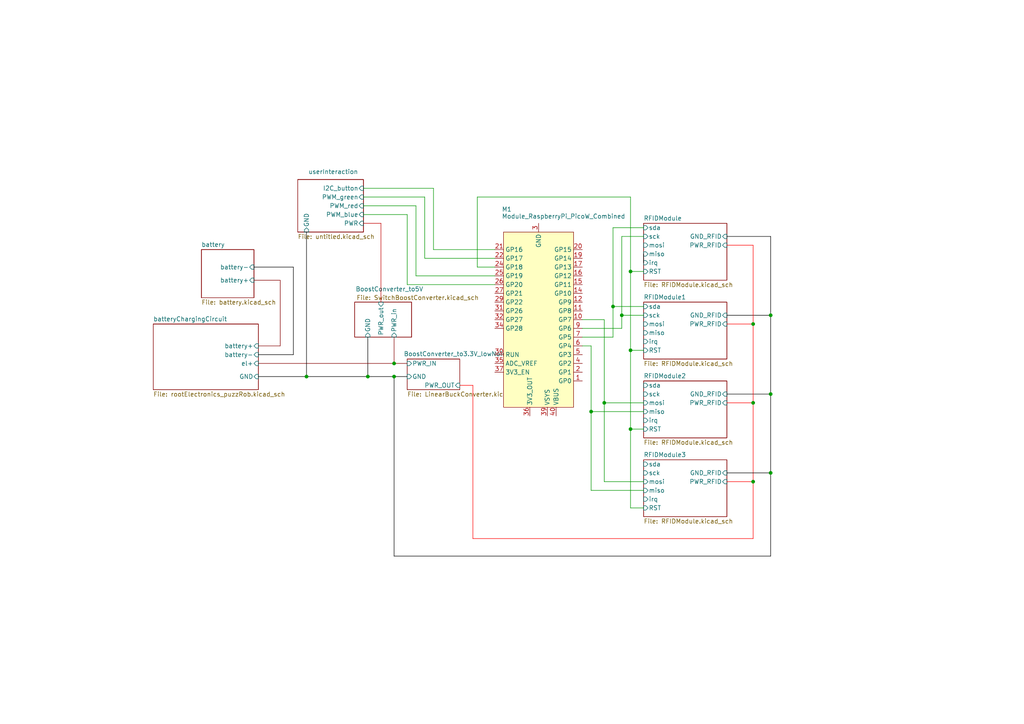
<source format=kicad_sch>
(kicad_sch (version 20231120) (generator "eeschema") (generator_version "8.0")
  (paper "A4")
  (title_block (title "Circuit_puzzRob_V2") (date "27.02.2025"))
  (lib_symbols
    (symbol "Fab:Module_RaspberryPi_PicoW_Combined"
      (property "Reference" "M" (at 0 0 0))
      (property "Value" "Module_RaspberryPi_PicoW_Combined" (at 0 0 0))
      (symbol "Module_RaspberryPi_PicoW_Combined_1_1"
        (rectangle (start -10.16 25.4) (end 10.16 -25.4) (fill (type background)))
        (pin bidirectional line (at -12.7 17.78 0) (length 2.54) (name "GP0") (number "1"))
        (pin bidirectional line (at -12.7 0 0) (length 2.54) (name "GP7") (number "10"))
        (pin bidirectional line (at -12.7 -2.54 0) (length 2.54) (name "GP8") (number "11"))
        (pin bidirectional line (at -12.7 -5.08 0) (length 2.54) (name "GP9") (number "12"))
        (pin passive line (at 0 -27.94 90) (length 2.54) hide (name "GND") (number "13"))
        (pin bidirectional line (at -12.7 -7.62 0) (length 2.54) (name "GP10") (number "14"))
        (pin bidirectional line (at -12.7 -10.16 0) (length 2.54) (name "GP11") (number "15"))
        (pin bidirectional line (at -12.7 -12.7 0) (length 2.54) (name "GP12") (number "16"))
        (pin bidirectional line (at -12.7 -15.24 0) (length 2.54) (name "GP13") (number "17"))
        (pin passive line (at 0 -27.94 90) (length 2.54) hide (name "GND") (number "18"))
        (pin bidirectional line (at -12.7 -17.78 0) (length 2.54) (name "GP14") (number "19"))
        (pin bidirectional line (at -12.7 15.24 0) (length 2.54) (name "GP1") (number "2"))
        (pin bidirectional line (at -12.7 -20.32 0) (length 2.54) (name "GP15") (number "20"))
        (pin bidirectional line (at 12.7 -20.32 180) (length 2.54) (name "GP16") (number "21"))
        (pin bidirectional line (at 12.7 -17.78 180) (length 2.54) (name "GP17") (number "22"))
        (pin passive line (at 0 -27.94 90) (length 2.54) hide (name "GND") (number "23"))
        (pin bidirectional line (at 12.7 -15.24 180) (length 2.54) (name "GP18") (number "24"))
        (pin bidirectional line (at 12.7 -12.7 180) (length 2.54) (name "GP19") (number "25"))
        (pin bidirectional line (at 12.7 -10.16 180) (length 2.54) (name "GP20") (number "26"))
        (pin bidirectional line (at 12.7 -7.62 180) (length 2.54) (name "GP21") (number "27"))
        (pin passive line (at 0 -27.94 90) (length 2.54) hide (name "GND") (number "28"))
        (pin bidirectional line (at 12.7 -5.08 180) (length 2.54) (name "GP22") (number "29"))
        (pin power_in line (at 0 -27.94 90) (length 2.54) (name "GND") (number "3"))
        (pin input line (at 12.7 10.16 180) (length 2.54) (name "RUN") (number "30"))
        (pin bidirectional line (at 12.7 -2.54 180) (length 2.54) (name "GP26") (number "31"))
        (pin bidirectional line (at 12.7 0 180) (length 2.54) (name "GP27") (number "32"))
        (pin passive line (at 0 -27.94 90) (length 2.54) hide (name "GND") (number "33"))
        (pin bidirectional line (at 12.7 2.54 180) (length 2.54) (name "GP28") (number "34"))
        (pin input line (at 12.7 12.7 180) (length 2.54) (name "ADC_VREF") (number "35"))
        (pin power_in line (at 2.54 27.94 270) (length 2.54) (name "3V3_OUT") (number "36"))
        (pin input line (at 12.7 15.24 180) (length 2.54) (name "3V3_EN") (number "37"))
        (pin passive line (at 0 -27.94 90) (length 2.54) hide (name "GND") (number "38"))
        (pin power_in line (at -2.54 27.94 270) (length 2.54) (name "VSYS") (number "39"))
        (pin bidirectional line (at -12.7 12.7 0) (length 2.54) (name "GP2") (number "4"))
        (pin power_in line (at -5.08 27.94 270) (length 2.54) (name "VBUS") (number "40"))
        (pin bidirectional line (at -12.7 10.16 0) (length 2.54) (name "GP3") (number "5"))
        (pin bidirectional line (at -12.7 7.62 0) (length 2.54) (name "GP4") (number "6"))
        (pin bidirectional line (at -12.7 5.08 0) (length 2.54) (name "GP5") (number "7"))
        (pin passive line (at 0 -27.94 90) (length 2.54) hide (name "GND") (number "8"))
        (pin bidirectional line (at -12.7 2.54 0) (length 2.54) (name "GP6") (number "9"))
      )
    )
  )
  (junction (at 223.52 91.44))
  (junction (at 218.44 139.7))
  (junction (at 218.44 116.84))
  (junction (at 182.88 124.46))
  (junction (at 182.88 78.74))
  (junction (at 175.26 116.84))
  (junction (at 223.52 137.16))
  (junction (at 177.8 88.9))
  (junction (at 223.52 114.3))
  (junction (at 114.3 105.41))
  (junction (at 182.88 101.6))
  (junction (at 180.34 91.44))
  (junction (at 114.3 109.22))
  (junction (at 218.44 93.98))
  (junction (at 106.68 109.22))
  (junction (at 88.9 109.22))
  (junction (at 171.45 119.38))
  (wire (pts (xy 186.69 147.32) (xy 182.88 147.32)))
  (wire (pts (xy 73.66 81.28) (xy 81.28 81.28)) (stroke (width 0) (color 132 0 0 1)))
  (wire (pts (xy 114.3 105.41) (xy 118.11 105.41)) (stroke (width 0) (color 132 0 0 1)))
  (wire (pts (xy 114.3 109.22) (xy 114.3 161.29)) (stroke (width 0) (color 0 0 0 1)))
  (wire (pts (xy 218.44 93.98) (xy 218.44 71.12)) (stroke (width 0) (color 255 0 0 1)))
  (wire (pts (xy 125.73 54.61) (xy 105.41 54.61)))
  (wire (pts (xy 177.8 88.9) (xy 186.69 88.9)))
  (wire (pts (xy 143.51 82.55) (xy 118.11 82.55)))
  (wire (pts (xy 120.65 59.69) (xy 105.41 59.69)))
  (wire (pts (xy 110.49 64.77) (xy 105.41 64.77)) (stroke (width 0) (color 194 0 0 1)))
  (wire (pts (xy 118.11 82.55) (xy 118.11 62.23)))
  (wire (pts (xy 210.82 91.44) (xy 223.52 91.44)) (stroke (width 0) (color 0 0 0 1)))
  (wire (pts (xy 177.8 88.9) (xy 177.8 97.79)))
  (wire (pts (xy 180.34 68.58) (xy 186.69 68.58)))
  (wire (pts (xy 106.68 97.79) (xy 106.68 109.22)) (stroke (width 0) (color 0 0 0 1)))
  (wire (pts (xy 182.88 78.74) (xy 182.88 101.6)))
  (wire (pts (xy 171.45 100.33) (xy 171.45 119.38)))
  (wire (pts (xy 182.88 57.15) (xy 182.88 78.74)))
  (wire (pts (xy 106.68 109.22) (xy 114.3 109.22)) (stroke (width 0) (color 0 0 0 1)))
  (wire (pts (xy 88.9 109.22) (xy 106.68 109.22)) (stroke (width 0) (color 0 0 0 1)))
  (wire (pts (xy 125.73 72.39) (xy 125.73 54.61)))
  (wire (pts (xy 182.88 78.74) (xy 186.69 78.74)))
  (wire (pts (xy 186.69 101.6) (xy 182.88 101.6)))
  (wire (pts (xy 114.3 97.79) (xy 114.3 105.41)) (stroke (width 0) (color 132 0 0 1)))
  (wire (pts (xy 223.52 91.44) (xy 223.52 114.3)) (stroke (width 0) (color 0 0 0 1)))
  (wire (pts (xy 81.28 81.28) (xy 81.28 100.33)) (stroke (width 0) (color 132 0 0 1)))
  (wire (pts (xy 210.82 116.84) (xy 218.44 116.84)) (stroke (width 0) (color 255 0 0 1)))
  (wire (pts (xy 85.09 102.87) (xy 74.93 102.87)) (stroke (width 0) (color 0 0 0 1)))
  (wire (pts (xy 171.45 119.38) (xy 186.69 119.38)))
  (wire (pts (xy 168.91 100.33) (xy 171.45 100.33)))
  (wire (pts (xy 180.34 95.25) (xy 180.34 91.44)))
  (wire (pts (xy 143.51 77.47) (xy 138.43 77.47)))
  (wire (pts (xy 223.52 137.16) (xy 223.52 161.29)) (stroke (width 0) (color 0 0 0 1)))
  (wire (pts (xy 105.41 57.15) (xy 123.19 57.15)))
  (wire (pts (xy 210.82 93.98) (xy 218.44 93.98)) (stroke (width 0) (color 255 0 0 1)))
  (wire (pts (xy 175.26 116.84) (xy 186.69 116.84)))
  (wire (pts (xy 114.3 161.29) (xy 223.52 161.29)) (stroke (width 0) (color 0 0 0 1)))
  (wire (pts (xy 143.51 80.01) (xy 120.65 80.01)))
  (wire (pts (xy 73.66 77.47) (xy 85.09 77.47)) (stroke (width 0) (color 0 0 0 1)))
  (wire (pts (xy 175.26 92.71) (xy 175.26 116.84)))
  (wire (pts (xy 186.69 91.44) (xy 180.34 91.44)))
  (wire (pts (xy 223.52 91.44) (xy 223.52 68.58)) (stroke (width 0) (color 0 0 0 1)))
  (wire (pts (xy 186.69 139.7) (xy 175.26 139.7)))
  (wire (pts (xy 138.43 77.47) (xy 138.43 57.15)))
  (wire (pts (xy 177.8 88.9) (xy 177.8 66.04)))
  (wire (pts (xy 168.91 97.79) (xy 177.8 97.79)))
  (wire (pts (xy 168.91 95.25) (xy 180.34 95.25)))
  (wire (pts (xy 218.44 139.7) (xy 218.44 156.21)) (stroke (width 0) (color 255 0 0 1)))
  (wire (pts (xy 180.34 91.44) (xy 180.34 68.58)))
  (wire (pts (xy 137.16 111.76) (xy 137.16 156.21)) (stroke (width 0) (color 255 0 0 1)))
  (wire (pts (xy 218.44 93.98) (xy 218.44 116.84)) (stroke (width 0) (color 255 0 0 1)))
  (wire (pts (xy 74.93 100.33) (xy 81.28 100.33)) (stroke (width 0) (color 132 0 0 1)))
  (wire (pts (xy 218.44 116.84) (xy 218.44 139.7)) (stroke (width 0) (color 255 0 0 1)))
  (wire (pts (xy 210.82 68.58) (xy 223.52 68.58)) (stroke (width 0) (color 0 0 0 1)))
  (wire (pts (xy 210.82 139.7) (xy 218.44 139.7)) (stroke (width 0) (color 255 0 0 1)))
  (wire (pts (xy 74.93 105.41) (xy 114.3 105.41)) (stroke (width 0) (color 132 0 0 1)))
  (wire (pts (xy 143.51 72.39) (xy 125.73 72.39)))
  (wire (pts (xy 210.82 71.12) (xy 218.44 71.12)) (stroke (width 0) (color 255 0 0 1)))
  (wire (pts (xy 118.11 62.23) (xy 105.41 62.23)))
  (wire (pts (xy 133.35 111.76) (xy 137.16 111.76)) (stroke (width 0) (color 255 0 0 1)))
  (wire (pts (xy 114.3 109.22) (xy 118.11 109.22)) (stroke (width 0) (color 0 0 0 1)))
  (wire (pts (xy 186.69 73.66) (xy 186.69 76.2)) (stroke (width 0) (color 0 0 0 1)))
  (wire (pts (xy 120.65 80.01) (xy 120.65 59.69)))
  (wire (pts (xy 143.51 74.93) (xy 123.19 74.93)))
  (wire (pts (xy 210.82 137.16) (xy 223.52 137.16)) (stroke (width 0) (color 0 0 0 1)))
  (wire (pts (xy 182.88 124.46) (xy 182.88 147.32)))
  (wire (pts (xy 223.52 114.3) (xy 223.52 137.16)) (stroke (width 0) (color 0 0 0 1)))
  (wire (pts (xy 138.43 57.15) (xy 182.88 57.15)))
  (wire (pts (xy 85.09 77.47) (xy 85.09 102.87)) (stroke (width 0) (color 0 0 0 1)))
  (wire (pts (xy 182.88 101.6) (xy 182.88 124.46)))
  (wire (pts (xy 186.69 142.24) (xy 171.45 142.24)))
  (wire (pts (xy 177.8 66.04) (xy 186.69 66.04)))
  (wire (pts (xy 210.82 114.3) (xy 223.52 114.3)) (stroke (width 0) (color 0 0 0 1)))
  (wire (pts (xy 168.91 92.71) (xy 175.26 92.71)))
  (wire (pts (xy 88.9 67.31) (xy 88.9 109.22)) (stroke (width 0) (color 0 0 0 1)))
  (wire (pts (xy 186.69 124.46) (xy 182.88 124.46)))
  (wire (pts (xy 110.49 87.63) (xy 110.49 64.77)) (stroke (width 0) (color 194 0 0 1)))
  (wire (pts (xy 123.19 74.93) (xy 123.19 57.15)))
  (wire (pts (xy 137.16 156.21) (xy 218.44 156.21)) (stroke (width 0) (color 255 0 0 1)))
  (wire (pts (xy 171.45 119.38) (xy 171.45 142.24)))
  (wire (pts (xy 175.26 116.84) (xy 175.26 139.7)))
  (wire (pts (xy 74.93 109.22) (xy 88.9 109.22)) (stroke (width 0) (color 0 0 0 1)))
  (symbol (lib_id "Fab:Module_RaspberryPi_PicoW_Combined") (at 156.21 92.71 180) (unit 1)
    (property "Reference" "M1" (at 145.542 60.706 0) (effects (justify right)))
    (property "Value" "Module_RaspberryPi_PicoW_Combined" (at 145.542 62.738 0) (effects (justify right)))
    (property "Footprint" "fab:RaspberryPi_PicoW_Combined" (effects (hide yes)))
    (property "Datasheet" "https://datasheets.raspberrypi.com/picow/pico-w-datasheet.pdf" (effects (hide yes)))
    (property "Description" "RP2040 Transceiver; 802.11 b/g/n (Wi-Fi, WiFi, WLAN), Bluetooth® 5 2.4GHz Evaluation Board" (effects (hide yes)))
  )
  (sheet (at 186.69 133.35) (size 24.13 16.51) (stroke (width 0.1524))
    (property "Sheetname" "RFIDModule3" (at 186.69 132.6384 0) (effects (justify left bottom)))
    (property "Sheetfile" "RFIDModule.kicad_sch" (at 186.69 150.4446 0) (effects (justify left top)))
    (pin "GND_RFID" input (at 210.82 137.16 0))
    (pin "PWR_RFID" input (at 210.82 139.7 0))
    (pin "irq" input (at 186.69 144.78 180))
    (pin "sck" input (at 186.69 137.16 180))
    (pin "mosi" input (at 186.69 139.7 180))
    (pin "sda" input (at 186.69 134.62 180))
    (pin "miso" input (at 186.69 142.24 180))
    (pin "RST" input (at 186.69 147.32 180))
  )
  (sheet (at 186.69 64.77) (size 24.13 16.51) (stroke (width 0.1524))
    (property "Sheetname" "RFIDModule" (at 186.69 64.0584 0) (effects (justify left bottom)))
    (property "Sheetfile" "RFIDModule.kicad_sch" (at 186.69 81.8646 0) (effects (justify left top)))
    (pin "GND_RFID" input (at 210.82 68.58 0))
    (pin "PWR_RFID" input (at 210.82 71.12 0))
    (pin "irq" input (at 186.69 76.2 180))
    (pin "sck" input (at 186.69 68.58 180))
    (pin "mosi" input (at 186.69 71.12 180))
    (pin "sda" input (at 186.69 66.04 180))
    (pin "miso" input (at 186.69 73.66 180))
    (pin "RST" input (at 186.69 78.74 180))
  )
  (sheet (at 86.36 52.07) (size 19.05 15.24) (stroke (width 0.1524))
    (property "Sheetname" "userInteraction" (at 89.408 50.546 0) (effects (justify left bottom)))
    (property "Sheetfile" "untitled.kicad_sch" (at 86.36 67.8946 0) (effects (justify left top)))
    (pin "PWM_red" input (at 105.41 59.69 0))
    (pin "PWM_green" input (at 105.41 57.15 0))
    (pin "PWM_blue" input (at 105.41 62.23 0))
    (pin "I2C_button" input (at 105.41 54.61 0))
    (pin "GND" input (at 88.9 67.31 270))
    (pin "PWR" input (at 105.41 64.77 0))
  )
  (sheet (at 58.42 72.39) (size 15.24 13.97) (stroke (width 0.1524))
    (property "Sheetname" "battery" (at 58.42 71.6784 0) (effects (justify left bottom)))
    (property "Sheetfile" "battery.kicad_sch" (at 58.42 86.9446 0) (effects (justify left top)))
    (pin "battery+" input (at 73.66 81.28 0))
    (pin "battery-" input (at 73.66 77.47 0))
  )
  (sheet (at 102.87 87.63) (size 16.51 10.16) (stroke (width 0.1524))
    (property "Sheetname" "BoostConverter_to5V" (at 103.124 84.582 0) (effects (justify left bottom)))
    (property "Sheetfile" "SwitchBoostConverter.kicad_sch" (at 103.378 85.598 0) (effects (justify left top)))
    (pin "GND" input (at 106.68 97.79 270))
    (pin "PWR_in" input (at 114.3 97.79 270))
    (pin "PWR_out" input (at 110.49 87.63 90))
  )
  (sheet (at 118.11 104.14) (size 15.24 8.89) (stroke (width 0.1524))
    (property "Sheetname" "BoostConverter_to3.3V_lowNoise" (at 117.094 103.378 0) (effects (justify left bottom)))
    (property "Sheetfile" "LinearBuckConverter.kicad_sch" (at 118.11 113.6146 0) (effects (justify left top)))
    (pin "GND" input (at 118.11 109.22 180))
    (pin "PWR_IN" input (at 118.11 105.41 180))
    (pin "PWR_OUT" input (at 133.35 111.76 0))
  )
  (sheet (at 44.45 93.98) (size 30.48 19.05) (stroke (width 0.1524))
    (property "Sheetname" "batteryChargingCircuit" (at 44.45 93.2684 0) (effects (justify left bottom)))
    (property "Sheetfile" "rootElectronics_puzzRob.kicad_sch" (at 44.45 113.6146 0) (effects (justify left top)))
    (pin "battery+" input (at 74.93 100.33 0))
    (pin "battery-" input (at 74.93 102.87 0))
    (pin "el+" input (at 74.93 105.41 0))
    (pin "GND" input (at 74.93 109.22 0))
  )
  (sheet (at 186.69 87.63) (size 24.13 16.51) (stroke (width 0.1524))
    (property "Sheetname" "RFIDModule1" (at 186.69 86.9184 0) (effects (justify left bottom)))
    (property "Sheetfile" "RFIDModule.kicad_sch" (at 186.69 104.7246 0) (effects (justify left top)))
    (pin "GND_RFID" input (at 210.82 91.44 0))
    (pin "PWR_RFID" input (at 210.82 93.98 0))
    (pin "irq" input (at 186.69 99.06 180))
    (pin "sck" input (at 186.69 91.44 180))
    (pin "mosi" input (at 186.69 93.98 180))
    (pin "sda" input (at 186.69 88.9 180))
    (pin "miso" input (at 186.69 96.52 180))
    (pin "RST" input (at 186.69 101.6 180))
  )
  (sheet (at 186.69 110.49) (size 24.13 16.51) (stroke (width 0.1524))
    (property "Sheetname" "RFIDModule2" (at 186.69 109.7784 0) (effects (justify left bottom)))
    (property "Sheetfile" "RFIDModule.kicad_sch" (at 186.69 127.5846 0) (effects (justify left top)))
    (pin "GND_RFID" input (at 210.82 114.3 0))
    (pin "PWR_RFID" input (at 210.82 116.84 0))
    (pin "irq" input (at 186.69 121.92 180))
    (pin "sck" input (at 186.69 114.3 180))
    (pin "mosi" input (at 186.69 116.84 180))
    (pin "sda" input (at 186.69 111.76 180))
    (pin "miso" input (at 186.69 119.38 180))
    (pin "RST" input (at 186.69 124.46 180))
  )
)
</source>
